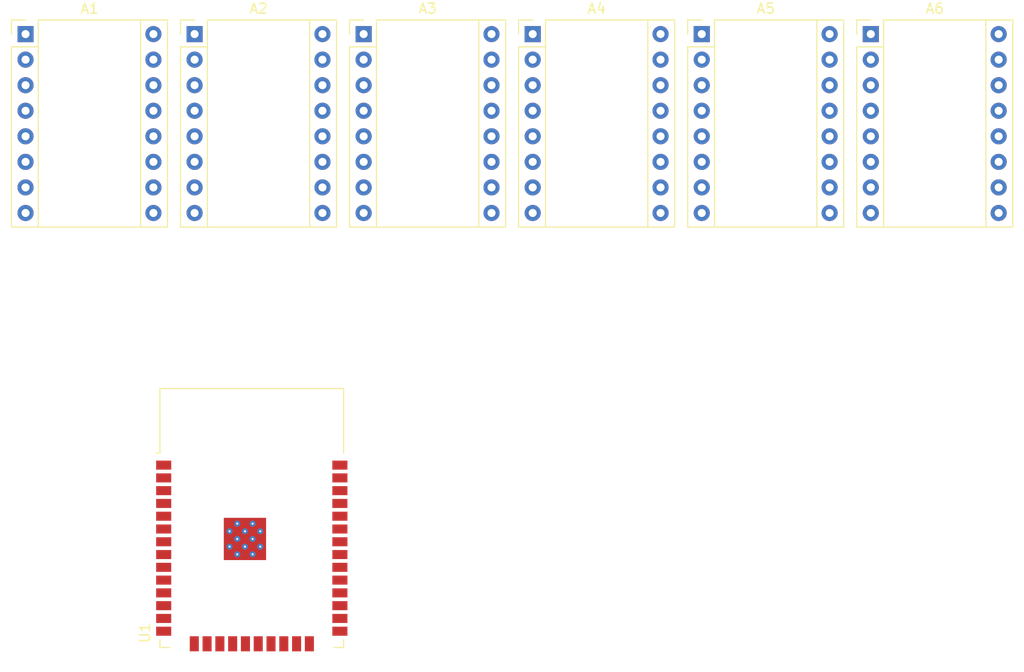
<source format=kicad_pcb>
(kicad_pcb (version 20221018) (generator pcbnew)
  (title_block (title "Driver Board") (date "2025-10-12"))
  (layers (0 "F.Cu" signal) (31 "B.Cu" signal) (34 "B.Paste" user) (35 "F.Paste" user) (36 "B.SilkS" user "B.Silkscreen") (37 "F.SilkS" user "F.Silkscreen") (38 "B.Mask" user) (39 "F.Mask" user) (44 "Edge.Cuts" user))
  (net 0 "")
  (net 1 "Net-(J1-Pin_1)")
  (net 2 "Net-(A1-VDD)")
  (net 3 "Net-(A1-1B)")
  (net 4 "Net-(A1-1A)")
  (net 5 "Net-(A1-2A)")
  (net 6 "Net-(A1-2B)")
  (net 7 "Net-(A1-VMOT)")
  (net 8 "GND")
  (net 9 "Net-(A1-MS1)")
  (net 10 "Net-(A1-MS2)")
  (net 11 "Net-(A1-MS3)")
  (net 12 "Net-(A1-~{RESET})")
  (net 13 "Net-(A1-STEP)")
  (net 14 "Net-(A1-DIR)")
  (net 15 "Net-(A2-1B)")
  (net 16 "Net-(A2-1A)")
  (net 17 "Net-(A2-2A)")
  (net 18 "Net-(A2-2B)")
  (net 19 "Net-(A2-MS1)")
  (net 20 "Net-(A2-MS2)")
  (net 21 "Net-(A2-MS3)")
  (net 22 "Net-(A2-~{RESET})")
  (net 23 "Net-(A2-STEP)")
  (net 24 "Net-(A2-DIR)")
  (net 25 "Net-(A3-1B)")
  (net 26 "Net-(A3-1A)")
  (net 27 "Net-(A3-2A)")
  (net 28 "Net-(A3-2B)")
  (net 29 "Net-(A3-MS1)")
  (net 30 "Net-(A3-MS2)")
  (net 31 "Net-(A3-MS3)")
  (net 32 "Net-(A3-~{RESET})")
  (net 33 "Net-(A3-STEP)")
  (net 34 "Net-(A3-DIR)")
  (net 35 "Net-(A4-1B)")
  (net 36 "Net-(A4-1A)")
  (net 37 "Net-(A4-2A)")
  (net 38 "Net-(A4-2B)")
  (net 39 "Net-(A4-MS1)")
  (net 40 "Net-(A4-MS2)")
  (net 41 "Net-(A4-MS3)")
  (net 42 "Net-(A4-~{RESET})")
  (net 43 "Net-(A4-STEP)")
  (net 44 "Net-(A4-DIR)")
  (net 45 "Net-(A5-1B)")
  (net 46 "Net-(A5-1A)")
  (net 47 "Net-(A5-2A)")
  (net 48 "Net-(A5-2B)")
  (net 49 "Net-(A5-MS1)")
  (net 50 "Net-(A5-MS2)")
  (net 51 "Net-(A5-MS3)")
  (net 52 "Net-(A5-~{RESET})")
  (net 53 "Net-(A5-STEP)")
  (net 54 "Net-(A5-DIR)")
  (net 55 "Net-(A6-1B)")
  (net 56 "Net-(A6-1A)")
  (net 57 "Net-(A6-2A)")
  (net 58 "Net-(A6-2B)")
  (net 59 "Net-(A6-MS1)")
  (net 60 "Net-(A6-MS2)")
  (net 61 "Net-(A6-MS3)")
  (net 62 "Net-(A6-~{RESET})")
  (net 63 "Net-(A6-STEP)")
  (net 64 "Net-(A6-DIR)")
  (net 68 "IO34")
  (net 69 "IO35")
  (net 70 "A6_Step")
  (net 71 "IO33")
  (net 72 "A3_Step")
  (net 73 "A4_Step")
  (net 74 "A5_Step")
  (net 84 "A1_Dir")
  (net 88 "A2_Dir")
  (net 89 "A3_Dir")
  (net 91 "A4_Dir")
  (net 92 "A5_Dir")
  (net 94 "A6_Dir")
  (net 95 "Net-(J3-Pin_4)")
  (net 96 "Net-(J3-Pin_3)")
  (net 97 "A1_Step")
  (net 98 "A2_Step")
  (footprint "Module:Pololu_Breakout-16_15.2x20.3mm" (layer "F.Cu") (at 79.55 44.79)
    (fp_text reference "A2" (at 6.35 -2.54) (layer "F.SilkS"))
    (fp_text value "Pololu_Breakout_A4988")
    (fp_line (start -1.4 -1.4) (end -1.4 0) (stroke (width 0.12)) (layer "F.SilkS"))
    (fp_line (start -1.4 1.27) (end -1.4 19.18) (stroke (width 0.12)) (layer "F.SilkS"))
    (fp_line (start -1.4 19.18) (end 14.1 19.18) (stroke (width 0.12)) (layer "F.SilkS"))
    (fp_line (start 0 -1.4) (end -1.4 -1.4) (stroke (width 0.12)) (layer "F.SilkS"))
    (fp_line (start 1.27 -1.4) (end 1.27 1.27) (stroke (width 0.12)) (layer "F.SilkS"))
    (fp_line (start 1.27 1.27) (end -1.4 1.27) (stroke (width 0.12)) (layer "F.SilkS"))
    (fp_line (start 1.27 1.27) (end 1.27 19.18) (stroke (width 0.12)) (layer "F.SilkS"))
    (fp_line (start 11.43 -1.4) (end 11.43 19.18) (stroke (width 0.12)) (layer "F.SilkS"))
    (fp_line (start 14.1 -1.4) (end 1.27 -1.4) (stroke (width 0.12)) (layer "F.SilkS"))
    (fp_line (start 14.1 19.18) (end 14.1 -1.4) (stroke (width 0.12)) (layer "F.SilkS"))
    (pad "1" thru_hole rect (at 0 0) (size 1.6 1.6) (drill 0.8) (layers "*.Cu" "*.Mask") (net 1 "Net-(J1-Pin_1)"))
    (pad "2" thru_hole oval (at 0 2.54) (size 1.6 1.6) (drill 0.8) (layers "*.Cu" "*.Mask") (net 2 "Net-(A1-VDD)"))
    (pad "3" thru_hole oval (at 0 5.08) (size 1.6 1.6) (drill 0.8) (layers "*.Cu" "*.Mask") (net 15 "Net-(A2-1B)"))
    (pad "4" thru_hole oval (at 0 7.62) (size 1.6 1.6) (drill 0.8) (layers "*.Cu" "*.Mask") (net 16 "Net-(A2-1A)"))
    (pad "5" thru_hole oval (at 0 10.16) (size 1.6 1.6) (drill 0.8) (layers "*.Cu" "*.Mask") (net 17 "Net-(A2-2A)"))
    (pad "6" thru_hole oval (at 0 12.7) (size 1.6 1.6) (drill 0.8) (layers "*.Cu" "*.Mask") (net 18 "Net-(A2-2B)"))
    (pad "7" thru_hole oval (at 0 15.24) (size 1.6 1.6) (drill 0.8) (layers "*.Cu" "*.Mask") (net 1 "Net-(J1-Pin_1)"))
    (pad "8" thru_hole oval (at 0 17.78) (size 1.6 1.6) (drill 0.8) (layers "*.Cu" "*.Mask") (net 7 "Net-(A1-VMOT)"))
    (pad "9" thru_hole oval (at 12.7 17.78) (size 1.6 1.6) (drill 0.8) (layers "*.Cu" "*.Mask") (net 8 "GND"))
    (pad "10" thru_hole oval (at 12.7 15.24) (size 1.6 1.6) (drill 0.8) (layers "*.Cu" "*.Mask") (net 19 "Net-(A2-MS1)"))
    (pad "11" thru_hole oval (at 12.7 12.7) (size 1.6 1.6) (drill 0.8) (layers "*.Cu" "*.Mask") (net 20 "Net-(A2-MS2)"))
    (pad "12" thru_hole oval (at 12.7 10.16) (size 1.6 1.6) (drill 0.8) (layers "*.Cu" "*.Mask") (net 21 "Net-(A2-MS3)"))
    (pad "13" thru_hole oval (at 12.7 7.62) (size 1.6 1.6) (drill 0.8) (layers "*.Cu" "*.Mask") (net 22 "Net-(A2-~{RESET})"))
    (pad "14" thru_hole oval (at 12.7 5.08) (size 1.6 1.6) (drill 0.8) (layers "*.Cu" "*.Mask") (net 2 "Net-(A1-VDD)"))
    (pad "15" thru_hole oval (at 12.7 2.54) (size 1.6 1.6) (drill 0.8) (layers "*.Cu" "*.Mask") (net 23 "Net-(A2-STEP)"))
    (pad "16" thru_hole oval (at 12.7 0) (size 1.6 1.6) (drill 0.8) (layers "*.Cu" "*.Mask") (net 24 "Net-(A2-DIR)"))
  )
  (footprint "Module:Pololu_Breakout-16_15.2x20.3mm" (layer "F.Cu") (at 62.76 44.79)
    (fp_text reference "A1" (at 6.35 -2.54) (layer "F.SilkS"))
    (fp_text value "Pololu_Breakout_A4988")
    (fp_line (start -1.4 -1.4) (end -1.4 0) (stroke (width 0.12)) (layer "F.SilkS"))
    (fp_line (start -1.4 1.27) (end -1.4 19.18) (stroke (width 0.12)) (layer "F.SilkS"))
    (fp_line (start -1.4 19.18) (end 14.1 19.18) (stroke (width 0.12)) (layer "F.SilkS"))
    (fp_line (start 0 -1.4) (end -1.4 -1.4) (stroke (width 0.12)) (layer "F.SilkS"))
    (fp_line (start 1.27 -1.4) (end 1.27 1.27) (stroke (width 0.12)) (layer "F.SilkS"))
    (fp_line (start 1.27 1.27) (end -1.4 1.27) (stroke (width 0.12)) (layer "F.SilkS"))
    (fp_line (start 1.27 1.27) (end 1.27 19.18) (stroke (width 0.12)) (layer "F.SilkS"))
    (fp_line (start 11.43 -1.4) (end 11.43 19.18) (stroke (width 0.12)) (layer "F.SilkS"))
    (fp_line (start 14.1 -1.4) (end 1.27 -1.4) (stroke (width 0.12)) (layer "F.SilkS"))
    (fp_line (start 14.1 19.18) (end 14.1 -1.4) (stroke (width 0.12)) (layer "F.SilkS"))
    (pad "1" thru_hole rect (at 0 0) (size 1.6 1.6) (drill 0.8) (layers "*.Cu" "*.Mask") (net 1 "Net-(J1-Pin_1)"))
    (pad "2" thru_hole oval (at 0 2.54) (size 1.6 1.6) (drill 0.8) (layers "*.Cu" "*.Mask") (net 2 "Net-(A1-VDD)"))
    (pad "3" thru_hole oval (at 0 5.08) (size 1.6 1.6) (drill 0.8) (layers "*.Cu" "*.Mask") (net 3 "Net-(A1-1B)"))
    (pad "4" thru_hole oval (at 0 7.62) (size 1.6 1.6) (drill 0.8) (layers "*.Cu" "*.Mask") (net 4 "Net-(A1-1A)"))
    (pad "5" thru_hole oval (at 0 10.16) (size 1.6 1.6) (drill 0.8) (layers "*.Cu" "*.Mask") (net 5 "Net-(A1-2A)"))
    (pad "6" thru_hole oval (at 0 12.7) (size 1.6 1.6) (drill 0.8) (layers "*.Cu" "*.Mask") (net 6 "Net-(A1-2B)"))
    (pad "7" thru_hole oval (at 0 15.24) (size 1.6 1.6) (drill 0.8) (layers "*.Cu" "*.Mask") (net 1 "Net-(J1-Pin_1)"))
    (pad "8" thru_hole oval (at 0 17.78) (size 1.6 1.6) (drill 0.8) (layers "*.Cu" "*.Mask") (net 7 "Net-(A1-VMOT)"))
    (pad "9" thru_hole oval (at 12.7 17.78) (size 1.6 1.6) (drill 0.8) (layers "*.Cu" "*.Mask") (net 8 "GND"))
    (pad "10" thru_hole oval (at 12.7 15.24) (size 1.6 1.6) (drill 0.8) (layers "*.Cu" "*.Mask") (net 9 "Net-(A1-MS1)"))
    (pad "11" thru_hole oval (at 12.7 12.7) (size 1.6 1.6) (drill 0.8) (layers "*.Cu" "*.Mask") (net 10 "Net-(A1-MS2)"))
    (pad "12" thru_hole oval (at 12.7 10.16) (size 1.6 1.6) (drill 0.8) (layers "*.Cu" "*.Mask") (net 11 "Net-(A1-MS3)"))
    (pad "13" thru_hole oval (at 12.7 7.62) (size 1.6 1.6) (drill 0.8) (layers "*.Cu" "*.Mask") (net 12 "Net-(A1-~{RESET})"))
    (pad "14" thru_hole oval (at 12.7 5.08) (size 1.6 1.6) (drill 0.8) (layers "*.Cu" "*.Mask") (net 2 "Net-(A1-VDD)"))
    (pad "15" thru_hole oval (at 12.7 2.54) (size 1.6 1.6) (drill 0.8) (layers "*.Cu" "*.Mask") (net 13 "Net-(A1-STEP)"))
    (pad "16" thru_hole oval (at 12.7 0) (size 1.6 1.6) (drill 0.8) (layers "*.Cu" "*.Mask") (net 14 "Net-(A1-DIR)"))
  )
  (footprint "Module:Pololu_Breakout-16_15.2x20.3mm" (layer "F.Cu") (at 146.71 44.79)
    (fp_text reference "A6" (at 6.35 -2.54) (layer "F.SilkS"))
    (fp_text value "Pololu_Breakout_A4988")
    (fp_line (start -1.4 -1.4) (end -1.4 0) (stroke (width 0.12)) (layer "F.SilkS"))
    (fp_line (start -1.4 1.27) (end -1.4 19.18) (stroke (width 0.12)) (layer "F.SilkS"))
    (fp_line (start -1.4 19.18) (end 14.1 19.18) (stroke (width 0.12)) (layer "F.SilkS"))
    (fp_line (start 0 -1.4) (end -1.4 -1.4) (stroke (width 0.12)) (layer "F.SilkS"))
    (fp_line (start 1.27 -1.4) (end 1.27 1.27) (stroke (width 0.12)) (layer "F.SilkS"))
    (fp_line (start 1.27 1.27) (end -1.4 1.27) (stroke (width 0.12)) (layer "F.SilkS"))
    (fp_line (start 1.27 1.27) (end 1.27 19.18) (stroke (width 0.12)) (layer "F.SilkS"))
    (fp_line (start 11.43 -1.4) (end 11.43 19.18) (stroke (width 0.12)) (layer "F.SilkS"))
    (fp_line (start 14.1 -1.4) (end 1.27 -1.4) (stroke (width 0.12)) (layer "F.SilkS"))
    (fp_line (start 14.1 19.18) (end 14.1 -1.4) (stroke (width 0.12)) (layer "F.SilkS"))
    (pad "1" thru_hole rect (at 0 0) (size 1.6 1.6) (drill 0.8) (layers "*.Cu" "*.Mask") (net 1 "Net-(J1-Pin_1)"))
    (pad "2" thru_hole oval (at 0 2.54) (size 1.6 1.6) (drill 0.8) (layers "*.Cu" "*.Mask") (net 2 "Net-(A1-VDD)"))
    (pad "3" thru_hole oval (at 0 5.08) (size 1.6 1.6) (drill 0.8) (layers "*.Cu" "*.Mask") (net 55 "Net-(A6-1B)"))
    (pad "4" thru_hole oval (at 0 7.62) (size 1.6 1.6) (drill 0.8) (layers "*.Cu" "*.Mask") (net 56 "Net-(A6-1A)"))
    (pad "5" thru_hole oval (at 0 10.16) (size 1.6 1.6) (drill 0.8) (layers "*.Cu" "*.Mask") (net 57 "Net-(A6-2A)"))
    (pad "6" thru_hole oval (at 0 12.7) (size 1.6 1.6) (drill 0.8) (layers "*.Cu" "*.Mask") (net 58 "Net-(A6-2B)"))
    (pad "7" thru_hole oval (at 0 15.24) (size 1.6 1.6) (drill 0.8) (layers "*.Cu" "*.Mask") (net 1 "Net-(J1-Pin_1)"))
    (pad "8" thru_hole oval (at 0 17.78) (size 1.6 1.6) (drill 0.8) (layers "*.Cu" "*.Mask") (net 7 "Net-(A1-VMOT)"))
    (pad "9" thru_hole oval (at 12.7 17.78) (size 1.6 1.6) (drill 0.8) (layers "*.Cu" "*.Mask") (net 8 "GND"))
    (pad "10" thru_hole oval (at 12.7 15.24) (size 1.6 1.6) (drill 0.8) (layers "*.Cu" "*.Mask") (net 59 "Net-(A6-MS1)"))
    (pad "11" thru_hole oval (at 12.7 12.7) (size 1.6 1.6) (drill 0.8) (layers "*.Cu" "*.Mask") (net 60 "Net-(A6-MS2)"))
    (pad "12" thru_hole oval (at 12.7 10.16) (size 1.6 1.6) (drill 0.8) (layers "*.Cu" "*.Mask") (net 61 "Net-(A6-MS3)"))
    (pad "13" thru_hole oval (at 12.7 7.62) (size 1.6 1.6) (drill 0.8) (layers "*.Cu" "*.Mask") (net 62 "Net-(A6-~{RESET})"))
    (pad "14" thru_hole oval (at 12.7 5.08) (size 1.6 1.6) (drill 0.8) (layers "*.Cu" "*.Mask") (net 2 "Net-(A1-VDD)"))
    (pad "15" thru_hole oval (at 12.7 2.54) (size 1.6 1.6) (drill 0.8) (layers "*.Cu" "*.Mask") (net 63 "Net-(A6-STEP)"))
    (pad "16" thru_hole oval (at 12.7 0) (size 1.6 1.6) (drill 0.8) (layers "*.Cu" "*.Mask") (net 64 "Net-(A6-DIR)"))
  )
  (footprint "RF_Module:ESP32-WROOM-32" (layer "F.Cu") (at 85.23 95.88)
    (fp_text reference "U1" (at -10.61 8.43 90) (layer "F.SilkS"))
    (fp_text value "ESP32-WROOM-32")
    (fp_line (start -9.12 -15.86) (end -9.12 -9.445) (stroke (width 0.12)) (layer "F.SilkS"))
    (fp_line (start -9.12 -15.86) (end 9.12 -15.86) (stroke (width 0.12)) (layer "F.SilkS"))
    (fp_line (start -9.12 -9.445) (end -9.5 -9.445) (stroke (width 0.12)) (layer "F.SilkS"))
    (fp_line (start -9.12 9.1) (end -9.12 9.88) (stroke (width 0.12)) (layer "F.SilkS"))
    (fp_line (start -9.12 9.88) (end -8.12 9.88) (stroke (width 0.12)) (layer "F.SilkS"))
    (fp_line (start 9.12 -15.86) (end 9.12 -9.445) (stroke (width 0.12)) (layer "F.SilkS"))
    (fp_line (start 9.12 9.1) (end 9.12 9.88) (stroke (width 0.12)) (layer "F.SilkS"))
    (fp_line (start 9.12 9.88) (end 8.12 9.88) (stroke (width 0.12)) (layer "F.SilkS"))
    (pad "1" smd rect (at -8.75 -8.25) (size 1.5 0.9) (layers "F.Cu" "F.Paste" "F.Mask") (net 1 "Net-(J1-Pin_1)"))
    (pad "2" smd rect (at -8.75 -6.98) (size 1.5 0.9) (layers "F.Cu" "F.Paste" "F.Mask") (net 2 "Net-(A1-VDD)"))
    (pad "3" smd rect (at -8.75 -5.71) (size 1.5 0.9) (layers "F.Cu" "F.Paste" "F.Mask"))
    (pad "4" smd rect (at -8.75 -4.44) (size 1.5 0.9) (layers "F.Cu" "F.Paste" "F.Mask"))
    (pad "5" smd rect (at -8.75 -3.17) (size 1.5 0.9) (layers "F.Cu" "F.Paste" "F.Mask"))
    (pad "6" smd rect (at -8.75 -1.9) (size 1.5 0.9) (layers "F.Cu" "F.Paste" "F.Mask") (net 68 "IO34"))
    (pad "7" smd rect (at -8.75 -0.63) (size 1.5 0.9) (layers "F.Cu" "F.Paste" "F.Mask") (net 69 "IO35"))
    (pad "8" smd rect (at -8.75 0.64) (size 1.5 0.9) (layers "F.Cu" "F.Paste" "F.Mask") (net 70 "A6_Step"))
    (pad "9" smd rect (at -8.75 1.91) (size 1.5 0.9) (layers "F.Cu" "F.Paste" "F.Mask") (net 71 "IO33"))
    (pad "10" smd rect (at -8.75 3.18) (size 1.5 0.9) (layers "F.Cu" "F.Paste" "F.Mask") (net 72 "A3_Step"))
    (pad "11" smd rect (at -8.75 4.45) (size 1.5 0.9) (layers "F.Cu" "F.Paste" "F.Mask") (net 73 "A4_Step"))
    (pad "12" smd rect (at -8.75 5.72) (size 1.5 0.9) (layers "F.Cu" "F.Paste" "F.Mask") (net 74 "A5_Step"))
    (pad "13" smd rect (at -8.75 6.99) (size 1.5 0.9) (layers "F.Cu" "F.Paste" "F.Mask"))
    (pad "14" smd rect (at -8.75 8.26) (size 1.5 0.9) (layers "F.Cu" "F.Paste" "F.Mask"))
    (pad "15" smd rect (at -5.71 9.51 90) (size 1.5 0.9) (layers "F.Cu" "F.Paste" "F.Mask") (net 1 "Net-(J1-Pin_1)"))
    (pad "16" smd rect (at -4.44 9.51 90) (size 1.5 0.9) (layers "F.Cu" "F.Paste" "F.Mask"))
    (pad "17" smd rect (at -3.17 9.51 90) (size 1.5 0.9) (layers "F.Cu" "F.Paste" "F.Mask"))
    (pad "18" smd rect (at -1.9 9.51 90) (size 1.5 0.9) (layers "F.Cu" "F.Paste" "F.Mask"))
    (pad "19" smd rect (at -0.63 9.51 90) (size 1.5 0.9) (layers "F.Cu" "F.Paste" "F.Mask"))
    (pad "20" smd rect (at 0.64 9.51 90) (size 1.5 0.9) (layers "F.Cu" "F.Paste" "F.Mask"))
    (pad "21" smd rect (at 1.91 9.51 90) (size 1.5 0.9) (layers "F.Cu" "F.Paste" "F.Mask"))
    (pad "22" smd rect (at 3.18 9.51 90) (size 1.5 0.9) (layers "F.Cu" "F.Paste" "F.Mask"))
    (pad "23" smd rect (at 4.45 9.51 90) (size 1.5 0.9) (layers "F.Cu" "F.Paste" "F.Mask") (net 84 "A1_Dir"))
    (pad "24" smd rect (at 5.72 9.51 90) (size 1.5 0.9) (layers "F.Cu" "F.Paste" "F.Mask"))
    (pad "25" smd rect (at 8.75 8.26) (size 1.5 0.9) (layers "F.Cu" "F.Paste" "F.Mask"))
    (pad "26" smd rect (at 8.75 6.99) (size 1.5 0.9) (layers "F.Cu" "F.Paste" "F.Mask"))
    (pad "27" smd rect (at 8.75 5.72) (size 1.5 0.9) (layers "F.Cu" "F.Paste" "F.Mask") (net 88 "A2_Dir"))
    (pad "28" smd rect (at 8.75 4.45) (size 1.5 0.9) (layers "F.Cu" "F.Paste" "F.Mask") (net 89 "A3_Dir"))
    (pad "29" smd rect (at 8.75 3.18) (size 1.5 0.9) (layers "F.Cu" "F.Paste" "F.Mask"))
    (pad "30" smd rect (at 8.75 1.91) (size 1.5 0.9) (layers "F.Cu" "F.Paste" "F.Mask") (net 91 "A4_Dir"))
    (pad "31" smd rect (at 8.75 0.64) (size 1.5 0.9) (layers "F.Cu" "F.Paste" "F.Mask") (net 92 "A5_Dir"))
    (pad "32" smd rect (at 8.75 -0.63) (size 1.5 0.9) (layers "F.Cu" "F.Paste" "F.Mask"))
    (pad "33" smd rect (at 8.75 -1.9) (size 1.5 0.9) (layers "F.Cu" "F.Paste" "F.Mask") (net 94 "A6_Dir"))
    (pad "34" smd rect (at 8.75 -3.17) (size 1.5 0.9) (layers "F.Cu" "F.Paste" "F.Mask") (net 95 "Net-(J3-Pin_4)"))
    (pad "35" smd rect (at 8.75 -4.44) (size 1.5 0.9) (layers "F.Cu" "F.Paste" "F.Mask") (net 96 "Net-(J3-Pin_3)"))
    (pad "36" smd rect (at 8.75 -5.71) (size 1.5 0.9) (layers "F.Cu" "F.Paste" "F.Mask") (net 97 "A1_Step"))
    (pad "37" smd rect (at 8.75 -6.98) (size 1.5 0.9) (layers "F.Cu" "F.Paste" "F.Mask") (net 98 "A2_Step"))
    (pad "38" smd rect (at 8.75 -8.25) (size 1.5 0.9) (layers "F.Cu" "F.Paste" "F.Mask") (net 1 "Net-(J1-Pin_1)"))
    (pad "39" smd rect (at -2.205 -2.435) (size 1.05 1.05) (layers "F.Cu" "F.Paste") (net 1 "Net-(J1-Pin_1)"))
    (pad "39" thru_hole circle (at -2.205 -1.6725) (size 0.6 0.6) (drill 0.2) (property pad_prop_heatsink) (layers "*.Cu" "F.Mask") (net 1 "Net-(J1-Pin_1)"))
    (pad "39" smd rect (at -2.205 -0.91) (size 1.05 1.05) (layers "F.Cu" "F.Paste") (net 1 "Net-(J1-Pin_1)"))
    (pad "39" thru_hole circle (at -2.205 -0.1475) (size 0.6 0.6) (drill 0.2) (property pad_prop_heatsink) (layers "*.Cu" "F.Mask") (net 1 "Net-(J1-Pin_1)"))
    (pad "39" smd rect (at -2.205 0.615) (size 1.05 1.05) (layers "F.Cu" "F.Paste") (net 1 "Net-(J1-Pin_1)"))
    (pad "39" thru_hole circle (at -1.4425 -2.435) (size 0.6 0.6) (drill 0.2) (property pad_prop_heatsink) (layers "*.Cu" "F.Mask") (net 1 "Net-(J1-Pin_1)"))
    (pad "39" thru_hole circle (at -1.4425 -0.91) (size 0.6 0.6) (drill 0.2) (property pad_prop_heatsink) (layers "*.Cu" "F.Mask") (net 1 "Net-(J1-Pin_1)"))
    (pad "39" thru_hole circle (at -1.4425 0.615) (size 0.6 0.6) (drill 0.2) (property pad_prop_heatsink) (layers "*.Cu" "F.Mask") (net 1 "Net-(J1-Pin_1)"))
    (pad "39" smd rect (at -0.68 -2.435) (size 1.05 1.05) (layers "F.Cu" "F.Paste") (net 1 "Net-(J1-Pin_1)"))
    (pad "39" thru_hole circle (at -0.68 -1.6725) (size 0.6 0.6) (drill 0.2) (property pad_prop_heatsink) (layers "*.Cu" "F.Mask") (net 1 "Net-(J1-Pin_1)"))
    (pad "39" smd rect (at -0.68 -0.91) (size 1.05 1.05) (layers "F.Cu" "F.Paste") (net 1 "Net-(J1-Pin_1)"))
    (pad "39" smd rect (at -0.68 -0.91) (size 4.2 4.2) (layers "F.Cu" "F.Mask") (net 1 "Net-(J1-Pin_1)"))
    (pad "39" thru_hole circle (at -0.68 -0.1475) (size 0.6 0.6) (drill 0.2) (property pad_prop_heatsink) (layers "*.Cu" "F.Mask") (net 1 "Net-(J1-Pin_1)"))
    (pad "39" smd rect (at -0.68 0.615) (size 1.05 1.05) (layers "F.Cu" "F.Paste") (net 1 "Net-(J1-Pin_1)"))
    (pad "39" thru_hole circle (at 0.0825 -2.435) (size 0.6 0.6) (drill 0.2) (property pad_prop_heatsink) (layers "*.Cu" "F.Mask") (net 1 "Net-(J1-Pin_1)"))
    (pad "39" thru_hole circle (at 0.0825 -0.91) (size 0.6 0.6) (drill 0.2) (property pad_prop_heatsink) (layers "*.Cu" "F.Mask") (net 1 "Net-(J1-Pin_1)"))
    (pad "39" thru_hole circle (at 0.0825 0.615) (size 0.6 0.6) (drill 0.2) (property pad_prop_heatsink) (layers "*.Cu" "F.Mask") (net 1 "Net-(J1-Pin_1)"))
    (pad "39" smd rect (at 0.845 -2.435) (size 1.05 1.05) (layers "F.Cu" "F.Paste") (net 1 "Net-(J1-Pin_1)"))
    (pad "39" thru_hole circle (at 0.845 -1.6725) (size 0.6 0.6) (drill 0.2) (property pad_prop_heatsink) (layers "*.Cu" "F.Mask") (net 1 "Net-(J1-Pin_1)"))
    (pad "39" smd rect (at 0.845 -0.91) (size 1.05 1.05) (layers "F.Cu" "F.Paste") (net 1 "Net-(J1-Pin_1)"))
    (pad "39" thru_hole circle (at 0.845 -0.1475) (size 0.6 0.6) (drill 0.2) (property pad_prop_heatsink) (layers "*.Cu" "F.Mask") (net 1 "Net-(J1-Pin_1)"))
    (pad "39" smd rect (at 0.845 0.615) (size 1.05 1.05) (layers "F.Cu" "F.Paste") (net 1 "Net-(J1-Pin_1)"))
  )
  (footprint "Module:Pololu_Breakout-16_15.2x20.3mm" (layer "F.Cu") (at 96.34 44.79)
    (fp_text reference "A3" (at 6.35 -2.54) (layer "F.SilkS"))
    (fp_text value "Pololu_Breakout_A4988")
    (fp_line (start -1.4 -1.4) (end -1.4 0) (stroke (width 0.12)) (layer "F.SilkS"))
    (fp_line (start -1.4 1.27) (end -1.4 19.18) (stroke (width 0.12)) (layer "F.SilkS"))
    (fp_line (start -1.4 19.18) (end 14.1 19.18) (stroke (width 0.12)) (layer "F.SilkS"))
    (fp_line (start 0 -1.4) (end -1.4 -1.4) (stroke (width 0.12)) (layer "F.SilkS"))
    (fp_line (start 1.27 -1.4) (end 1.27 1.27) (stroke (width 0.12)) (layer "F.SilkS"))
    (fp_line (start 1.27 1.27) (end -1.4 1.27) (stroke (width 0.12)) (layer "F.SilkS"))
    (fp_line (start 1.27 1.27) (end 1.27 19.18) (stroke (width 0.12)) (layer "F.SilkS"))
    (fp_line (start 11.43 -1.4) (end 11.43 19.18) (stroke (width 0.12)) (layer "F.SilkS"))
    (fp_line (start 14.1 -1.4) (end 1.27 -1.4) (stroke (width 0.12)) (layer "F.SilkS"))
    (fp_line (start 14.1 19.18) (end 14.1 -1.4) (stroke (width 0.12)) (layer "F.SilkS"))
    (pad "1" thru_hole rect (at 0 0) (size 1.6 1.6) (drill 0.8) (layers "*.Cu" "*.Mask") (net 1 "Net-(J1-Pin_1)"))
    (pad "2" thru_hole oval (at 0 2.54) (size 1.6 1.6) (drill 0.8) (layers "*.Cu" "*.Mask") (net 2 "Net-(A1-VDD)"))
    (pad "3" thru_hole oval (at 0 5.08) (size 1.6 1.6) (drill 0.8) (layers "*.Cu" "*.Mask") (net 25 "Net-(A3-1B)"))
    (pad "4" thru_hole oval (at 0 7.62) (size 1.6 1.6) (drill 0.8) (layers "*.Cu" "*.Mask") (net 26 "Net-(A3-1A)"))
    (pad "5" thru_hole oval (at 0 10.16) (size 1.6 1.6) (drill 0.8) (layers "*.Cu" "*.Mask") (net 27 "Net-(A3-2A)"))
    (pad "6" thru_hole oval (at 0 12.7) (size 1.6 1.6) (drill 0.8) (layers "*.Cu" "*.Mask") (net 28 "Net-(A3-2B)"))
    (pad "7" thru_hole oval (at 0 15.24) (size 1.6 1.6) (drill 0.8) (layers "*.Cu" "*.Mask") (net 1 "Net-(J1-Pin_1)"))
    (pad "8" thru_hole oval (at 0 17.78) (size 1.6 1.6) (drill 0.8) (layers "*.Cu" "*.Mask") (net 7 "Net-(A1-VMOT)"))
    (pad "9" thru_hole oval (at 12.7 17.78) (size 1.6 1.6) (drill 0.8) (layers "*.Cu" "*.Mask") (net 8 "GND"))
    (pad "10" thru_hole oval (at 12.7 15.24) (size 1.6 1.6) (drill 0.8) (layers "*.Cu" "*.Mask") (net 29 "Net-(A3-MS1)"))
    (pad "11" thru_hole oval (at 12.7 12.7) (size 1.6 1.6) (drill 0.8) (layers "*.Cu" "*.Mask") (net 30 "Net-(A3-MS2)"))
    (pad "12" thru_hole oval (at 12.7 10.16) (size 1.6 1.6) (drill 0.8) (layers "*.Cu" "*.Mask") (net 31 "Net-(A3-MS3)"))
    (pad "13" thru_hole oval (at 12.7 7.62) (size 1.6 1.6) (drill 0.8) (layers "*.Cu" "*.Mask") (net 32 "Net-(A3-~{RESET})"))
    (pad "14" thru_hole oval (at 12.7 5.08) (size 1.6 1.6) (drill 0.8) (layers "*.Cu" "*.Mask") (net 2 "Net-(A1-VDD)"))
    (pad "15" thru_hole oval (at 12.7 2.54) (size 1.6 1.6) (drill 0.8) (layers "*.Cu" "*.Mask") (net 33 "Net-(A3-STEP)"))
    (pad "16" thru_hole oval (at 12.7 0) (size 1.6 1.6) (drill 0.8) (layers "*.Cu" "*.Mask") (net 34 "Net-(A3-DIR)"))
  )
  (footprint "Module:Pololu_Breakout-16_15.2x20.3mm" (layer "F.Cu") (at 113.13 44.79)
    (fp_text reference "A4" (at 6.35 -2.54) (layer "F.SilkS"))
    (fp_text value "Pololu_Breakout_A4988")
    (fp_line (start -1.4 -1.4) (end -1.4 0) (stroke (width 0.12)) (layer "F.SilkS"))
    (fp_line (start -1.4 1.27) (end -1.4 19.18) (stroke (width 0.12)) (layer "F.SilkS"))
    (fp_line (start -1.4 19.18) (end 14.1 19.18) (stroke (width 0.12)) (layer "F.SilkS"))
    (fp_line (start 0 -1.4) (end -1.4 -1.4) (stroke (width 0.12)) (layer "F.SilkS"))
    (fp_line (start 1.27 -1.4) (end 1.27 1.27) (stroke (width 0.12)) (layer "F.SilkS"))
    (fp_line (start 1.27 1.27) (end -1.4 1.27) (stroke (width 0.12)) (layer "F.SilkS"))
    (fp_line (start 1.27 1.27) (end 1.27 19.18) (stroke (width 0.12)) (layer "F.SilkS"))
    (fp_line (start 11.43 -1.4) (end 11.43 19.18) (stroke (width 0.12)) (layer "F.SilkS"))
    (fp_line (start 14.1 -1.4) (end 1.27 -1.4) (stroke (width 0.12)) (layer "F.SilkS"))
    (fp_line (start 14.1 19.18) (end 14.1 -1.4) (stroke (width 0.12)) (layer "F.SilkS"))
    (pad "1" thru_hole rect (at 0 0) (size 1.6 1.6) (drill 0.8) (layers "*.Cu" "*.Mask") (net 1 "Net-(J1-Pin_1)"))
    (pad "2" thru_hole oval (at 0 2.54) (size 1.6 1.6) (drill 0.8) (layers "*.Cu" "*.Mask") (net 2 "Net-(A1-VDD)"))
    (pad "3" thru_hole oval (at 0 5.08) (size 1.6 1.6) (drill 0.8) (layers "*.Cu" "*.Mask") (net 35 "Net-(A4-1B)"))
    (pad "4" thru_hole oval (at 0 7.62) (size 1.6 1.6) (drill 0.8) (layers "*.Cu" "*.Mask") (net 36 "Net-(A4-1A)"))
    (pad "5" thru_hole oval (at 0 10.16) (size 1.6 1.6) (drill 0.8) (layers "*.Cu" "*.Mask") (net 37 "Net-(A4-2A)"))
    (pad "6" thru_hole oval (at 0 12.7) (size 1.6 1.6) (drill 0.8) (layers "*.Cu" "*.Mask") (net 38 "Net-(A4-2B)"))
    (pad "7" thru_hole oval (at 0 15.24) (size 1.6 1.6) (drill 0.8) (layers "*.Cu" "*.Mask") (net 1 "Net-(J1-Pin_1)"))
    (pad "8" thru_hole oval (at 0 17.78) (size 1.6 1.6) (drill 0.8) (layers "*.Cu" "*.Mask") (net 7 "Net-(A1-VMOT)"))
    (pad "9" thru_hole oval (at 12.7 17.78) (size 1.6 1.6) (drill 0.8) (layers "*.Cu" "*.Mask") (net 8 "GND"))
    (pad "10" thru_hole oval (at 12.7 15.24) (size 1.6 1.6) (drill 0.8) (layers "*.Cu" "*.Mask") (net 39 "Net-(A4-MS1)"))
    (pad "11" thru_hole oval (at 12.7 12.7) (size 1.6 1.6) (drill 0.8) (layers "*.Cu" "*.Mask") (net 40 "Net-(A4-MS2)"))
    (pad "12" thru_hole oval (at 12.7 10.16) (size 1.6 1.6) (drill 0.8) (layers "*.Cu" "*.Mask") (net 41 "Net-(A4-MS3)"))
    (pad "13" thru_hole oval (at 12.7 7.62) (size 1.6 1.6) (drill 0.8) (layers "*.Cu" "*.Mask") (net 42 "Net-(A4-~{RESET})"))
    (pad "14" thru_hole oval (at 12.7 5.08) (size 1.6 1.6) (drill 0.8) (layers "*.Cu" "*.Mask") (net 2 "Net-(A1-VDD)"))
    (pad "15" thru_hole oval (at 12.7 2.54) (size 1.6 1.6) (drill 0.8) (layers "*.Cu" "*.Mask") (net 43 "Net-(A4-STEP)"))
    (pad "16" thru_hole oval (at 12.7 0) (size 1.6 1.6) (drill 0.8) (layers "*.Cu" "*.Mask") (net 44 "Net-(A4-DIR)"))
  )
  (footprint "Module:Pololu_Breakout-16_15.2x20.3mm" (layer "F.Cu") (at 129.92 44.79)
    (fp_text reference "A5" (at 6.35 -2.54) (layer "F.SilkS"))
    (fp_text value "Pololu_Breakout_A4988")
    (fp_line (start -1.4 -1.4) (end -1.4 0) (stroke (width 0.12)) (layer "F.SilkS"))
    (fp_line (start -1.4 1.27) (end -1.4 19.18) (stroke (width 0.12)) (layer "F.SilkS"))
    (fp_line (start -1.4 19.18) (end 14.1 19.18) (stroke (width 0.12)) (layer "F.SilkS"))
    (fp_line (start 0 -1.4) (end -1.4 -1.4) (stroke (width 0.12)) (layer "F.SilkS"))
    (fp_line (start 1.27 -1.4) (end 1.27 1.27) (stroke (width 0.12)) (layer "F.SilkS"))
    (fp_line (start 1.27 1.27) (end -1.4 1.27) (stroke (width 0.12)) (layer "F.SilkS"))
    (fp_line (start 1.27 1.27) (end 1.27 19.18) (stroke (width 0.12)) (layer "F.SilkS"))
    (fp_line (start 11.43 -1.4) (end 11.43 19.18) (stroke (width 0.12)) (layer "F.SilkS"))
    (fp_line (start 14.1 -1.4) (end 1.27 -1.4) (stroke (width 0.12)) (layer "F.SilkS"))
    (fp_line (start 14.1 19.18) (end 14.1 -1.4) (stroke (width 0.12)) (layer "F.SilkS"))
    (pad "1" thru_hole rect (at 0 0) (size 1.6 1.6) (drill 0.8) (layers "*.Cu" "*.Mask") (net 1 "Net-(J1-Pin_1)"))
    (pad "2" thru_hole oval (at 0 2.54) (size 1.6 1.6) (drill 0.8) (layers "*.Cu" "*.Mask") (net 2 "Net-(A1-VDD)"))
    (pad "3" thru_hole oval (at 0 5.08) (size 1.6 1.6) (drill 0.8) (layers "*.Cu" "*.Mask") (net 45 "Net-(A5-1B)"))
    (pad "4" thru_hole oval (at 0 7.62) (size 1.6 1.6) (drill 0.8) (layers "*.Cu" "*.Mask") (net 46 "Net-(A5-1A)"))
    (pad "5" thru_hole oval (at 0 10.16) (size 1.6 1.6) (drill 0.8) (layers "*.Cu" "*.Mask") (net 47 "Net-(A5-2A)"))
    (pad "6" thru_hole oval (at 0 12.7) (size 1.6 1.6) (drill 0.8) (layers "*.Cu" "*.Mask") (net 48 "Net-(A5-2B)"))
    (pad "7" thru_hole oval (at 0 15.24) (size 1.6 1.6) (drill 0.8) (layers "*.Cu" "*.Mask") (net 1 "Net-(J1-Pin_1)"))
    (pad "8" thru_hole oval (at 0 17.78) (size 1.6 1.6) (drill 0.8) (layers "*.Cu" "*.Mask") (net 7 "Net-(A1-VMOT)"))
    (pad "9" thru_hole oval (at 12.7 17.78) (size 1.6 1.6) (drill 0.8) (layers "*.Cu" "*.Mask") (net 8 "GND"))
    (pad "10" thru_hole oval (at 12.7 15.24) (size 1.6 1.6) (drill 0.8) (layers "*.Cu" "*.Mask") (net 49 "Net-(A5-MS1)"))
    (pad "11" thru_hole oval (at 12.7 12.7) (size 1.6 1.6) (drill 0.8) (layers "*.Cu" "*.Mask") (net 50 "Net-(A5-MS2)"))
    (pad "12" thru_hole oval (at 12.7 10.16) (size 1.6 1.6) (drill 0.8) (layers "*.Cu" "*.Mask") (net 51 "Net-(A5-MS3)"))
    (pad "13" thru_hole oval (at 12.7 7.62) (size 1.6 1.6) (drill 0.8) (layers "*.Cu" "*.Mask") (net 52 "Net-(A5-~{RESET})"))
    (pad "14" thru_hole oval (at 12.7 5.08) (size 1.6 1.6) (drill 0.8) (layers "*.Cu" "*.Mask") (net 2 "Net-(A1-VDD)"))
    (pad "15" thru_hole oval (at 12.7 2.54) (size 1.6 1.6) (drill 0.8) (layers "*.Cu" "*.Mask") (net 53 "Net-(A5-STEP)"))
    (pad "16" thru_hole oval (at 12.7 0) (size 1.6 1.6) (drill 0.8) (layers "*.Cu" "*.Mask") (net 54 "Net-(A5-DIR)"))
  )
)
</source>
